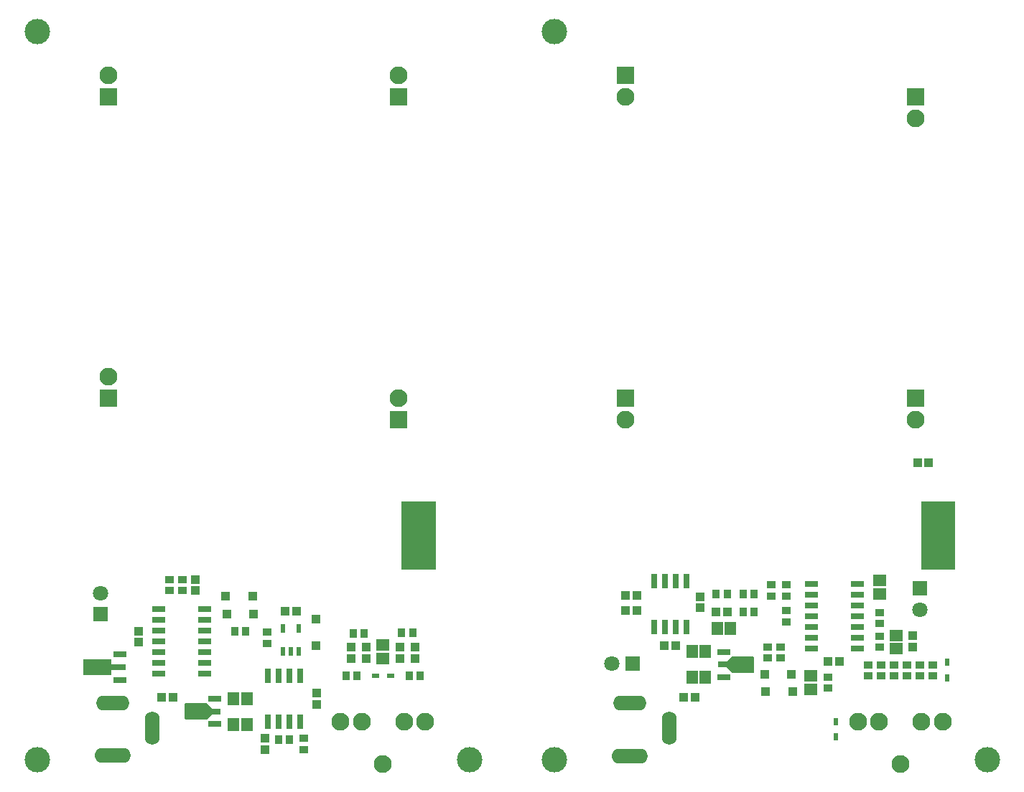
<source format=gts>
G04*
G04 #@! TF.GenerationSoftware,Altium Limited,Altium Designer,23.10.1 (27)*
G04*
G04 Layer_Color=8388736*
%FSLAX25Y25*%
%MOIN*%
G70*
G04*
G04 #@! TF.SameCoordinates,52E8BDB3-E784-467F-A169-E1E59ABD1491*
G04*
G04*
G04 #@! TF.FilePolarity,Negative*
G04*
G01*
G75*
%ADD39R,0.02762X0.06502*%
%ADD40R,0.03550X0.02368*%
%ADD41R,0.03943X0.04140*%
%ADD42R,0.03747X0.04140*%
%ADD43C,0.11811*%
%ADD44R,0.03943X0.04337*%
%ADD45R,0.05912X0.02762*%
%ADD46R,0.04337X0.02762*%
%ADD47R,0.05912X0.05518*%
%ADD48R,0.04337X0.03943*%
%ADD49R,0.02368X0.04337*%
%ADD50R,0.06109X0.02762*%
%ADD51R,0.07487X0.02762*%
%ADD52R,0.05518X0.05912*%
%ADD53R,0.02368X0.03550*%
%ADD54R,0.04140X0.03943*%
%ADD55R,0.04140X0.03747*%
%ADD56O,0.16935X0.06896*%
%ADD57O,0.15558X0.06896*%
%ADD58O,0.06896X0.15558*%
%ADD59C,0.00400*%
%ADD60C,0.08274*%
%ADD61R,0.07093X0.07093*%
%ADD62C,0.07093*%
%ADD63R,0.08274X0.08274*%
%ADD64R,0.07093X0.07093*%
G36*
X445866Y124016D02*
Y108268D01*
X430118D01*
Y124016D01*
Y139764D01*
X445866D01*
Y124016D01*
D02*
G37*
G36*
X204724D02*
Y108268D01*
X188976D01*
Y124016D01*
Y139764D01*
X204724D01*
Y124016D01*
D02*
G37*
G36*
X54063Y66650D02*
X54102Y66646D01*
X54140Y66634D01*
X54175Y66616D01*
X54205Y66591D01*
X54230Y66560D01*
X54249Y66526D01*
X54260Y66488D01*
X54264Y66449D01*
X54264Y59362D01*
X54260Y59323D01*
X54249Y59285D01*
X54230Y59250D01*
X54205Y59220D01*
X54175Y59195D01*
X54140Y59176D01*
X54102Y59165D01*
X54063Y59161D01*
X41465Y59161D01*
X41425Y59165D01*
X41388Y59177D01*
X41353Y59195D01*
X41328Y59216D01*
X41323Y59220D01*
Y59220D01*
X41323D01*
X41318Y59226D01*
X41298Y59251D01*
X41279Y59285D01*
X41268Y59323D01*
X41264Y59362D01*
X41263Y66449D01*
D01*
Y66449D01*
X41267Y66488D01*
X41279Y66526D01*
X41297Y66560D01*
X41318Y66585D01*
X41322Y66591D01*
X41322D01*
Y66591D01*
X41328Y66595D01*
X41353Y66616D01*
X41388Y66634D01*
X41425Y66646D01*
X41464Y66650D01*
D01*
X41464D01*
X54063Y66650D01*
D02*
G37*
G36*
X351958Y67961D02*
X351981Y67954D01*
X351996Y67950D01*
X351996Y67950D01*
X351996D01*
X352005Y67945D01*
X352030Y67931D01*
X352030Y67931D01*
X352030Y67931D01*
X352061Y67906D01*
X352061Y67906D01*
X352553Y67414D01*
X352553Y67414D01*
X352553Y67414D01*
X352567Y67398D01*
X352578Y67384D01*
X352578Y67384D01*
X352578Y67384D01*
X352586Y67370D01*
X352597Y67349D01*
X352597Y67349D01*
D01*
X352600Y67338D01*
X352608Y67311D01*
Y67311D01*
X352608Y67311D01*
X352610Y67288D01*
X352612Y67272D01*
Y67272D01*
Y67272D01*
X352612Y60776D01*
X352608Y60737D01*
X352597Y60699D01*
X352578Y60664D01*
X352553Y60634D01*
X352061Y60142D01*
X352030Y60117D01*
X352008Y60105D01*
X351996Y60098D01*
X351958Y60087D01*
X351919Y60083D01*
X351919Y60083D01*
X342372D01*
X342332Y60087D01*
X342295Y60098D01*
X342260Y60117D01*
X342230Y60142D01*
X339670Y62701D01*
X339645Y62731D01*
X339627Y62766D01*
X339615Y62804D01*
X339612Y62843D01*
Y65205D01*
X339615Y65244D01*
X339627Y65282D01*
X339645Y65317D01*
X339670Y65347D01*
X342230Y67906D01*
X342260Y67931D01*
X342295Y67950D01*
X342332Y67961D01*
X342372Y67965D01*
X351919D01*
X351958Y67961D01*
D02*
G37*
G36*
X88894Y46260D02*
X98441D01*
X98480Y46256D01*
X98518Y46245D01*
X98553Y46226D01*
X98583Y46201D01*
X101142Y43642D01*
X101167Y43612D01*
X101186Y43577D01*
X101197Y43539D01*
X101201Y43500D01*
Y41138D01*
X101197Y41099D01*
X101186Y41061D01*
X101167Y41026D01*
X101142Y40996D01*
X98583Y38437D01*
X98553Y38412D01*
X98518Y38393D01*
X98480Y38382D01*
X98441Y38378D01*
X88894D01*
X88854Y38382D01*
X88832Y38389D01*
X88817Y38393D01*
X88817Y38393D01*
X88817D01*
X88808Y38398D01*
X88782Y38412D01*
X88782Y38412D01*
X88782Y38412D01*
X88752Y38437D01*
X88752Y38437D01*
X88259Y38929D01*
X88259Y38929D01*
X88259Y38929D01*
X88246Y38945D01*
X88234Y38959D01*
X88234Y38959D01*
X88234Y38959D01*
X88227Y38973D01*
X88216Y38994D01*
X88216Y38994D01*
D01*
X88213Y39005D01*
X88204Y39031D01*
Y39031D01*
X88204Y39032D01*
X88202Y39055D01*
X88200Y39071D01*
Y39071D01*
Y39071D01*
X88200Y45567D01*
X88204Y45606D01*
X88216Y45644D01*
X88234Y45678D01*
X88259Y45709D01*
X88752Y46201D01*
X88782Y46226D01*
X88805Y46238D01*
X88817Y46245D01*
X88854Y46256D01*
X88894Y46260D01*
X88894Y46260D01*
D02*
G37*
D39*
X141842Y58787D02*
D03*
X136843D02*
D03*
X131843D02*
D03*
X126842D02*
D03*
X141842Y37528D02*
D03*
X136843D02*
D03*
X131843D02*
D03*
X126842D02*
D03*
X306137Y81474D02*
D03*
X311137D02*
D03*
X316137D02*
D03*
X321137D02*
D03*
X306137Y102733D02*
D03*
X311137D02*
D03*
X316137D02*
D03*
X321137D02*
D03*
D40*
X176755Y59000D02*
D03*
X183842D02*
D03*
D41*
X107799Y87400D02*
D03*
X120201D02*
D03*
X369968Y59604D02*
D03*
X357566D02*
D03*
X357929Y51370D02*
D03*
X370331D02*
D03*
X119701Y96000D02*
D03*
X107299D02*
D03*
D42*
X334882Y97000D02*
D03*
X340000D02*
D03*
X347382Y88500D02*
D03*
X352500D02*
D03*
X347382Y97000D02*
D03*
X352500D02*
D03*
X136902Y29158D02*
D03*
X131783D02*
D03*
X194059Y79000D02*
D03*
X188941D02*
D03*
X171559Y78500D02*
D03*
X166441D02*
D03*
X163000Y59000D02*
D03*
X168118D02*
D03*
X111441Y79500D02*
D03*
X116559D02*
D03*
X197559Y59000D02*
D03*
X192441D02*
D03*
D43*
X19712Y19685D02*
D03*
X259869D02*
D03*
Y358268D02*
D03*
X460656Y19685D02*
D03*
X19712Y358268D02*
D03*
X220499Y19685D02*
D03*
D44*
X82657Y49000D02*
D03*
X77342D02*
D03*
X386980Y65392D02*
D03*
X392295D02*
D03*
X298295Y89104D02*
D03*
X292980D02*
D03*
X340158Y88500D02*
D03*
X334842D02*
D03*
X298295Y96104D02*
D03*
X292980D02*
D03*
X316158Y73000D02*
D03*
X310842D02*
D03*
X134685Y88803D02*
D03*
X140000D02*
D03*
X325157Y49000D02*
D03*
X319843D02*
D03*
X428324Y157929D02*
D03*
X433639D02*
D03*
D45*
X102181Y36413D02*
D03*
Y48224D02*
D03*
X58000Y68811D02*
D03*
Y57000D02*
D03*
X338631Y69929D02*
D03*
Y58118D02*
D03*
D46*
X102969Y42319D02*
D03*
X337844Y64024D02*
D03*
D47*
X180299Y73150D02*
D03*
Y66850D02*
D03*
X418637Y77657D02*
D03*
Y71358D02*
D03*
X410767Y103157D02*
D03*
Y96858D02*
D03*
X378767Y58753D02*
D03*
Y52454D02*
D03*
D48*
X149343Y45500D02*
D03*
Y50815D02*
D03*
X327508Y95665D02*
D03*
Y90350D02*
D03*
X426137Y77507D02*
D03*
Y72192D02*
D03*
X66869Y74343D02*
D03*
Y79658D02*
D03*
X125343Y24500D02*
D03*
Y29815D02*
D03*
X165500Y72158D02*
D03*
Y66843D02*
D03*
X172500Y72158D02*
D03*
Y66843D02*
D03*
X93000Y98343D02*
D03*
Y103657D02*
D03*
X188000Y72158D02*
D03*
Y66843D02*
D03*
X195000Y72158D02*
D03*
Y66843D02*
D03*
D49*
X133760Y70185D02*
D03*
X137500D02*
D03*
X141240D02*
D03*
Y80815D02*
D03*
X133760D02*
D03*
D50*
X97597Y59674D02*
D03*
Y64674D02*
D03*
Y69674D02*
D03*
Y74674D02*
D03*
Y79674D02*
D03*
Y84674D02*
D03*
Y89674D02*
D03*
X76141Y59674D02*
D03*
Y64674D02*
D03*
Y69674D02*
D03*
Y74674D02*
D03*
Y79674D02*
D03*
Y84674D02*
D03*
Y89674D02*
D03*
X400495Y71604D02*
D03*
Y76604D02*
D03*
Y81603D02*
D03*
Y86603D02*
D03*
Y91603D02*
D03*
Y96604D02*
D03*
Y101603D02*
D03*
X379038Y71604D02*
D03*
Y76604D02*
D03*
Y81603D02*
D03*
Y86603D02*
D03*
Y91603D02*
D03*
Y96604D02*
D03*
Y101603D02*
D03*
D51*
X57213Y62906D02*
D03*
D52*
X329956Y58024D02*
D03*
X323657D02*
D03*
X329956Y70024D02*
D03*
X323657D02*
D03*
X341650Y81000D02*
D03*
X335350D02*
D03*
X110799Y48319D02*
D03*
X117098D02*
D03*
X110799Y36319D02*
D03*
X117098D02*
D03*
D53*
X442000Y65043D02*
D03*
Y57957D02*
D03*
X390368Y30503D02*
D03*
Y37589D02*
D03*
D54*
X149000Y72799D02*
D03*
Y85201D02*
D03*
D55*
X410767Y77162D02*
D03*
Y72044D02*
D03*
Y88162D02*
D03*
Y83044D02*
D03*
X423500Y63929D02*
D03*
Y58811D02*
D03*
X417500Y63929D02*
D03*
Y58811D02*
D03*
X367500Y95941D02*
D03*
Y101059D02*
D03*
X360500Y95941D02*
D03*
Y101059D02*
D03*
X435500Y63929D02*
D03*
Y58811D02*
D03*
X429500Y63929D02*
D03*
Y58811D02*
D03*
X358767Y72162D02*
D03*
Y67044D02*
D03*
X367500Y89059D02*
D03*
Y83941D02*
D03*
X411500Y63929D02*
D03*
Y58811D02*
D03*
X364767Y67044D02*
D03*
Y72163D02*
D03*
X405500Y63929D02*
D03*
Y58811D02*
D03*
X386767Y53044D02*
D03*
Y58163D02*
D03*
X143342Y29717D02*
D03*
Y24598D02*
D03*
X126500Y73941D02*
D03*
Y79059D02*
D03*
X81115Y103533D02*
D03*
Y98415D02*
D03*
X87000Y98441D02*
D03*
Y103559D02*
D03*
D56*
X54698Y21680D02*
D03*
X294909Y21654D02*
D03*
D57*
X54698Y46090D02*
D03*
X294909Y46063D02*
D03*
D58*
X73006Y34475D02*
D03*
X313216Y34449D02*
D03*
D59*
X400683Y17773D02*
D03*
X440053D02*
D03*
X199984Y17743D02*
D03*
X160614D02*
D03*
D60*
X440053Y37458D02*
D03*
X430210D02*
D03*
X400683D02*
D03*
X410525D02*
D03*
X420368Y17773D02*
D03*
X180299Y17743D02*
D03*
X170456Y37428D02*
D03*
X160614D02*
D03*
X190141D02*
D03*
X199984D02*
D03*
X52782Y197756D02*
D03*
X427612Y177756D02*
D03*
X292966Y177921D02*
D03*
Y327992D02*
D03*
X427612Y317992D02*
D03*
X52782Y337992D02*
D03*
X187428Y337992D02*
D03*
Y187756D02*
D03*
D61*
X49072Y87391D02*
D03*
X429500Y99500D02*
D03*
D62*
X49072Y97233D02*
D03*
X286334Y64507D02*
D03*
X429500Y89657D02*
D03*
D63*
X52782Y187756D02*
D03*
X427612Y187756D02*
D03*
X292966Y187921D02*
D03*
Y337992D02*
D03*
X427612Y327992D02*
D03*
X52782D02*
D03*
X187428Y327992D02*
D03*
Y177756D02*
D03*
D64*
X296177Y64507D02*
D03*
M02*

</source>
